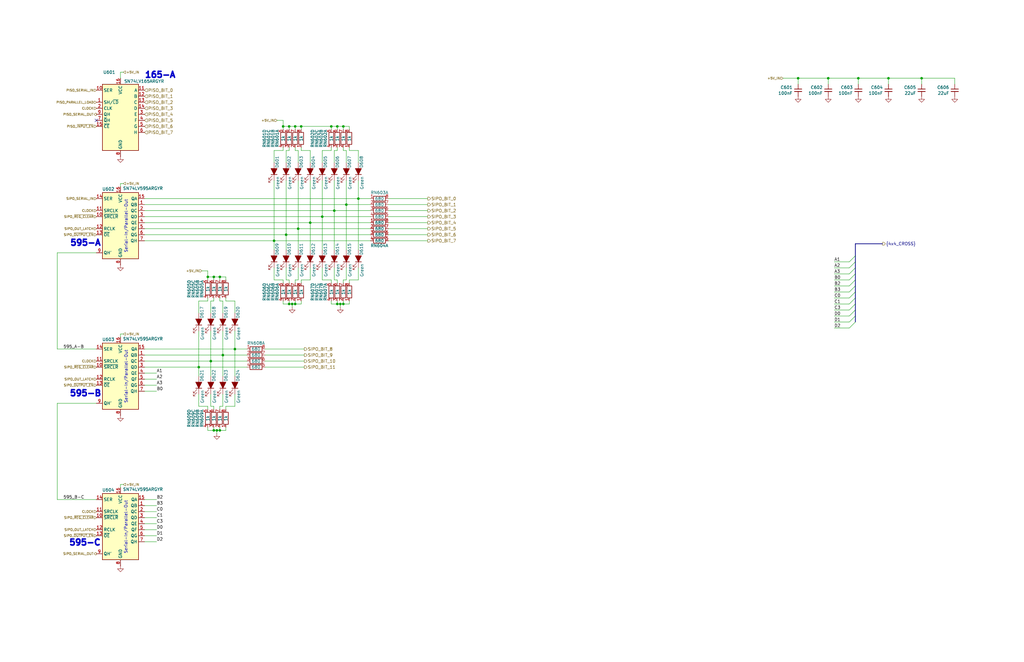
<source format=kicad_sch>
(kicad_sch (version 20250114) (generator "eeschema") (generator_version "9.0")
  (paper "B")
  (text "Serial-In/Parallel-Out" (at 53.1883 95.504 90) (effects (font (size 1.27 1.27))))
  (text "595-B" (at 36.068 166.116 0) (effects (font (size 2.54 2.54) (thickness 1.016) (bold yes))))
  (text "595-A" (at 36.068 102.616 0) (effects (font (size 2.54 2.54) (thickness 1.016) (bold yes))))
  (text "595-C" (at 35.814 229.108 0) (effects (font (size 2.54 2.54) (thickness 1.016) (bold yes))))
  (text "165-A" (at 67.564 31.75 0) (effects (font (size 2.54 2.54) (thickness 1.016) (bold yes))))
  (text "Serial-In/Parallel-Out" (at 53.086 222.504 90) (effects (font (size 1.27 1.27))))
  (text "Serial-In/Parallel-Out" (at 53.1883 159.004 90) (effects (font (size 1.27 1.27))))
  (junction (at 93.98 149.86))
  (junction (at 144.78 53.34))
  (junction (at 144.78 128.27))
  (junction (at 99.06 147.32))
  (junction (at 83.82 154.94))
  (junction (at 90.17 116.84))
  (junction (at 87.63 116.84))
  (junction (at 115.57 101.6))
  (junction (at 142.24 53.34))
  (junction (at 121.92 53.34))
  (junction (at 135.89 91.44))
  (junction (at 92.71 181.61))
  (junction (at 388.62 33.02))
  (junction (at 124.46 53.34))
  (junction (at 336.55 33.02))
  (junction (at 146.05 86.36))
  (junction (at 123.19 128.27))
  (junction (at 142.24 128.27))
  (junction (at 130.81 93.98))
  (junction (at 361.95 33.02))
  (junction (at 125.73 96.52))
  (junction (at 139.7 53.34))
  (junction (at 140.97 88.9))
  (junction (at 349.25 33.02))
  (junction (at 119.38 53.34))
  (junction (at 143.51 128.27))
  (junction (at 92.71 116.84))
  (junction (at 91.44 181.61))
  (junction (at 151.13 83.82))
  (junction (at 120.65 99.06))
  (junction (at 124.46 128.27))
  (junction (at 127 53.34))
  (junction (at 90.17 181.61))
  (junction (at 88.9 152.4))
  (junction (at 121.92 128.27))
  (junction (at 374.65 33.02))
  (no_connect (at 40.64 50.8))
  (bus_entry (at 360.68 133.35) (size -2.54 2.54))
  (bus_entry (at 360.68 107.95) (size -2.54 2.54))
  (bus_entry (at 360.68 113.03) (size -2.54 2.54))
  (bus_entry (at 360.68 118.11) (size -2.54 2.54))
  (bus_entry (at 360.68 123.19) (size -2.54 2.54))
  (bus_entry (at 360.68 120.65) (size -2.54 2.54))
  (bus_entry (at 360.68 115.57) (size -2.54 2.54))
  (bus_entry (at 360.68 110.49) (size -2.54 2.54))
  (bus_entry (at 360.68 125.73) (size -2.54 2.54))
  (bus_entry (at 360.68 135.89) (size -2.54 2.54))
  (bus_entry (at 360.68 130.81) (size -2.54 2.54))
  (bus_entry (at 360.68 128.27) (size -2.54 2.54))
  (wire (pts (xy 128.27 154.94) (xy 111.76 154.94)))
  (wire (pts (xy 125.73 96.52) (xy 125.73 105.41)))
  (wire (pts (xy 50.8 77.47) (xy 50.8 78.74)))
  (wire (pts (xy 351.79 113.03) (xy 358.14 113.03)))
  (wire (pts (xy 121.92 53.34) (xy 121.92 54.61)))
  (wire (pts (xy 50.8 204.47) (xy 50.8 205.74)))
  (bus (pts (xy 360.68 133.35) (xy 360.68 135.89)))
  (wire (pts (xy 90.17 127) (xy 88.9 127)))
  (wire (pts (xy 139.7 127) (xy 139.7 128.27)))
  (wire (pts (xy 127 118.11) (xy 130.81 118.11)))
  (wire (pts (xy 130.81 93.98) (xy 156.21 93.98)))
  (wire (pts (xy 125.73 76.2) (xy 125.73 96.52)))
  (wire (pts (xy 83.82 139.7) (xy 83.82 154.94)))
  (wire (pts (xy 115.57 118.11) (xy 115.57 113.03)))
  (wire (pts (xy 66.04 218.44) (xy 60.96 218.44)))
  (wire (pts (xy 146.05 76.2) (xy 146.05 86.36)))
  (bus (pts (xy 360.68 115.57) (xy 360.68 118.11)))
  (wire (pts (xy 140.97 88.9) (xy 156.21 88.9)))
  (wire (pts (xy 151.13 118.11) (xy 151.13 113.03)))
  (wire (pts (xy 24.13 106.68) (xy 40.64 106.68)))
  (wire (pts (xy 180.34 93.98) (xy 163.83 93.98)))
  (wire (pts (xy 119.38 118.11) (xy 115.57 118.11)))
  (wire (pts (xy 115.57 101.6) (xy 156.21 101.6)))
  (wire (pts (xy 87.63 127) (xy 83.82 127)))
  (wire (pts (xy 60.96 101.6) (xy 115.57 101.6)))
  (wire (pts (xy 52.07 140.97) (xy 50.8 140.97)))
  (wire (pts (xy 92.71 125.73) (xy 92.71 127)))
  (wire (pts (xy 92.71 172.72) (xy 92.71 171.45)))
  (wire (pts (xy 144.78 118.11) (xy 146.05 118.11)))
  (wire (pts (xy 388.62 33.02) (xy 402.59 33.02)))
  (wire (pts (xy 147.32 53.34) (xy 144.78 53.34)))
  (wire (pts (xy 24.13 210.82) (xy 24.13 170.18)))
  (wire (pts (xy 123.19 128.27) (xy 121.92 128.27)))
  (wire (pts (xy 93.98 171.45) (xy 93.98 166.37)))
  (wire (pts (xy 124.46 128.27) (xy 123.19 128.27)))
  (bus (pts (xy 360.68 125.73) (xy 360.68 128.27)))
  (wire (pts (xy 156.21 83.82) (xy 151.13 83.82)))
  (wire (pts (xy 135.89 91.44) (xy 156.21 91.44)))
  (wire (pts (xy 127 53.34) (xy 124.46 53.34)))
  (wire (pts (xy 140.97 63.5) (xy 140.97 68.58)))
  (wire (pts (xy 180.34 91.44) (xy 163.83 91.44)))
  (wire (pts (xy 121.92 118.11) (xy 120.65 118.11)))
  (wire (pts (xy 147.32 128.27) (xy 147.32 127)))
  (wire (pts (xy 361.95 33.02) (xy 374.65 33.02)))
  (wire (pts (xy 142.24 53.34) (xy 142.24 54.61)))
  (wire (pts (xy 95.25 172.72) (xy 95.25 171.45)))
  (wire (pts (xy 147.32 54.61) (xy 147.32 53.34)))
  (wire (pts (xy 125.73 118.11) (xy 125.73 113.03)))
  (wire (pts (xy 130.81 76.2) (xy 130.81 93.98)))
  (wire (pts (xy 90.17 125.73) (xy 90.17 127)))
  (wire (pts (xy 99.06 127) (xy 99.06 132.08)))
  (wire (pts (xy 50.8 30.48) (xy 50.8 33.02)))
  (wire (pts (xy 95.25 116.84) (xy 92.71 116.84)))
  (wire (pts (xy 374.65 33.02) (xy 374.65 35.56)))
  (wire (pts (xy 121.92 53.34) (xy 119.38 53.34)))
  (wire (pts (xy 180.34 99.06) (xy 163.83 99.06)))
  (wire (pts (xy 124.46 63.5) (xy 125.73 63.5)))
  (wire (pts (xy 93.98 139.7) (xy 93.98 149.86)))
  (wire (pts (xy 88.9 139.7) (xy 88.9 152.4)))
  (wire (pts (xy 119.38 119.38) (xy 119.38 118.11)))
  (wire (pts (xy 144.78 119.38) (xy 144.78 118.11)))
  (wire (pts (xy 147.32 119.38) (xy 147.32 118.11)))
  (wire (pts (xy 92.71 116.84) (xy 92.71 118.11)))
  (wire (pts (xy 93.98 127) (xy 93.98 132.08)))
  (wire (pts (xy 50.8 77.47) (xy 52.07 77.47)))
  (wire (pts (xy 120.65 118.11) (xy 120.65 113.03)))
  (wire (pts (xy 93.98 149.86) (xy 104.14 149.86)))
  (wire (pts (xy 336.55 33.02) (xy 349.25 33.02)))
  (wire (pts (xy 52.07 30.48) (xy 50.8 30.48)))
  (wire (pts (xy 88.9 152.4) (xy 88.9 158.75)))
  (wire (pts (xy 60.96 96.52) (xy 125.73 96.52)))
  (wire (pts (xy 124.46 128.27) (xy 127 128.27)))
  (wire (pts (xy 90.17 171.45) (xy 88.9 171.45)))
  (wire (pts (xy 83.82 171.45) (xy 83.82 166.37)))
  (wire (pts (xy 351.79 110.49) (xy 358.14 110.49)))
  (wire (pts (xy 119.38 50.8) (xy 119.38 53.34)))
  (wire (pts (xy 91.44 181.61) (xy 90.17 181.61)))
  (wire (pts (xy 144.78 62.23) (xy 144.78 63.5)))
  (wire (pts (xy 124.46 53.34) (xy 124.46 54.61)))
  (wire (pts (xy 142.24 118.11) (xy 140.97 118.11)))
  (wire (pts (xy 143.51 128.27) (xy 143.51 129.54)))
  (wire (pts (xy 121.92 127) (xy 121.92 128.27)))
  (wire (pts (xy 87.63 114.3) (xy 87.63 116.84)))
  (wire (pts (xy 90.17 180.34) (xy 90.17 181.61)))
  (wire (pts (xy 125.73 63.5) (xy 125.73 68.58)))
  (wire (pts (xy 40.64 147.32) (xy 24.13 147.32)))
  (bus (pts (xy 360.68 102.87) (xy 372.11 102.87)))
  (wire (pts (xy 139.7 63.5) (xy 135.89 63.5)))
  (wire (pts (xy 66.04 215.9) (xy 60.96 215.9)))
  (wire (pts (xy 60.96 83.82) (xy 151.13 83.82)))
  (wire (pts (xy 351.79 123.19) (xy 358.14 123.19)))
  (wire (pts (xy 128.27 149.86) (xy 111.76 149.86)))
  (wire (pts (xy 349.25 33.02) (xy 349.25 35.56)))
  (wire (pts (xy 180.34 86.36) (xy 163.83 86.36)))
  (wire (pts (xy 142.24 63.5) (xy 140.97 63.5)))
  (wire (pts (xy 88.9 127) (xy 88.9 132.08)))
  (wire (pts (xy 142.24 127) (xy 142.24 128.27)))
  (wire (pts (xy 60.96 149.86) (xy 93.98 149.86)))
  (wire (pts (xy 151.13 63.5) (xy 151.13 68.58)))
  (wire (pts (xy 92.71 116.84) (xy 90.17 116.84)))
  (wire (pts (xy 60.96 147.32) (xy 99.06 147.32)))
  (wire (pts (xy 24.13 147.32) (xy 24.13 106.68)))
  (wire (pts (xy 144.78 128.27) (xy 147.32 128.27)))
  (wire (pts (xy 130.81 118.11) (xy 130.81 113.03)))
  (wire (pts (xy 124.46 62.23) (xy 124.46 63.5)))
  (wire (pts (xy 85.09 114.3) (xy 87.63 114.3)))
  (wire (pts (xy 142.24 53.34) (xy 139.7 53.34)))
  (wire (pts (xy 147.32 118.11) (xy 151.13 118.11)))
  (wire (pts (xy 60.96 86.36) (xy 146.05 86.36)))
  (wire (pts (xy 92.71 181.61) (xy 91.44 181.61)))
  (wire (pts (xy 83.82 154.94) (xy 83.82 158.75)))
  (wire (pts (xy 127 54.61) (xy 127 53.34)))
  (wire (pts (xy 135.89 76.2) (xy 135.89 91.44)))
  (wire (pts (xy 135.89 118.11) (xy 135.89 113.03)))
  (wire (pts (xy 119.38 53.34) (xy 119.38 54.61)))
  (wire (pts (xy 66.04 165.1) (xy 60.96 165.1)))
  (wire (pts (xy 146.05 86.36) (xy 146.05 105.41)))
  (wire (pts (xy 66.04 226.06) (xy 60.96 226.06)))
  (wire (pts (xy 144.78 128.27) (xy 143.51 128.27)))
  (wire (pts (xy 91.44 181.61) (xy 91.44 182.88)))
  (wire (pts (xy 92.71 181.61) (xy 95.25 181.61)))
  (wire (pts (xy 66.04 162.56) (xy 60.96 162.56)))
  (wire (pts (xy 87.63 172.72) (xy 87.63 171.45)))
  (wire (pts (xy 139.7 119.38) (xy 139.7 118.11)))
  (wire (pts (xy 124.46 118.11) (xy 125.73 118.11)))
  (wire (pts (xy 128.27 152.4) (xy 111.76 152.4)))
  (bus (pts (xy 360.68 123.19) (xy 360.68 125.73)))
  (wire (pts (xy 90.17 116.84) (xy 90.17 118.11)))
  (wire (pts (xy 60.96 93.98) (xy 130.81 93.98)))
  (wire (pts (xy 60.96 91.44) (xy 135.89 91.44)))
  (bus (pts (xy 360.68 128.27) (xy 360.68 130.81)))
  (wire (pts (xy 127 62.23) (xy 127 63.5)))
  (wire (pts (xy 143.51 128.27) (xy 142.24 128.27)))
  (wire (pts (xy 66.04 160.02) (xy 60.96 160.02)))
  (wire (pts (xy 144.78 63.5) (xy 146.05 63.5)))
  (wire (pts (xy 374.65 33.02) (xy 388.62 33.02)))
  (wire (pts (xy 139.7 53.34) (xy 139.7 54.61)))
  (wire (pts (xy 142.24 119.38) (xy 142.24 118.11)))
  (wire (pts (xy 180.34 83.82) (xy 163.83 83.82)))
  (wire (pts (xy 95.25 127) (xy 99.06 127)))
  (bus (pts (xy 360.68 107.95) (xy 360.68 110.49)))
  (wire (pts (xy 60.96 88.9) (xy 140.97 88.9)))
  (wire (pts (xy 351.79 128.27) (xy 358.14 128.27)))
  (wire (pts (xy 90.17 172.72) (xy 90.17 171.45)))
  (wire (pts (xy 351.79 133.35) (xy 358.14 133.35)))
  (wire (pts (xy 66.04 213.36) (xy 60.96 213.36)))
  (wire (pts (xy 144.78 127) (xy 144.78 128.27)))
  (wire (pts (xy 52.07 204.47) (xy 50.8 204.47)))
  (wire (pts (xy 139.7 128.27) (xy 142.24 128.27)))
  (wire (pts (xy 119.38 127) (xy 119.38 128.27)))
  (wire (pts (xy 151.13 76.2) (xy 151.13 83.82)))
  (wire (pts (xy 139.7 62.23) (xy 139.7 63.5)))
  (wire (pts (xy 93.98 149.86) (xy 93.98 158.75)))
  (wire (pts (xy 130.81 63.5) (xy 130.81 68.58)))
  (wire (pts (xy 180.34 101.6) (xy 163.83 101.6)))
  (wire (pts (xy 351.79 125.73) (xy 358.14 125.73)))
  (wire (pts (xy 121.92 63.5) (xy 120.65 63.5)))
  (wire (pts (xy 142.24 62.23) (xy 142.24 63.5)))
  (wire (pts (xy 92.71 171.45) (xy 93.98 171.45)))
  (wire (pts (xy 147.32 63.5) (xy 151.13 63.5)))
  (bus (pts (xy 360.68 113.03) (xy 360.68 115.57)))
  (wire (pts (xy 127 128.27) (xy 127 127)))
  (wire (pts (xy 180.34 88.9) (xy 163.83 88.9)))
  (wire (pts (xy 140.97 118.11) (xy 140.97 113.03)))
  (wire (pts (xy 146.05 118.11) (xy 146.05 113.03)))
  (wire (pts (xy 120.65 99.06) (xy 120.65 105.41)))
  (wire (pts (xy 351.79 115.57) (xy 358.14 115.57)))
  (wire (pts (xy 124.46 127) (xy 124.46 128.27)))
  (wire (pts (xy 95.25 181.61) (xy 95.25 180.34)))
  (bus (pts (xy 360.68 110.49) (xy 360.68 113.03)))
  (wire (pts (xy 95.25 171.45) (xy 99.06 171.45)))
  (wire (pts (xy 135.89 91.44) (xy 135.89 105.41)))
  (wire (pts (xy 87.63 180.34) (xy 87.63 181.61)))
  (wire (pts (xy 146.05 86.36) (xy 156.21 86.36)))
  (wire (pts (xy 83.82 154.94) (xy 104.14 154.94)))
  (wire (pts (xy 144.78 53.34) (xy 142.24 53.34)))
  (wire (pts (xy 361.95 35.56) (xy 361.95 33.02)))
  (wire (pts (xy 140.97 88.9) (xy 140.97 105.41)))
  (wire (pts (xy 351.79 138.43) (xy 358.14 138.43)))
  (wire (pts (xy 144.78 53.34) (xy 144.78 54.61)))
  (wire (pts (xy 60.96 152.4) (xy 88.9 152.4)))
  (wire (pts (xy 83.82 127) (xy 83.82 132.08)))
  (wire (pts (xy 87.63 181.61) (xy 90.17 181.61)))
  (wire (pts (xy 349.25 33.02) (xy 361.95 33.02)))
  (wire (pts (xy 127 63.5) (xy 130.81 63.5)))
  (wire (pts (xy 127 53.34) (xy 139.7 53.34)))
  (wire (pts (xy 95.25 125.73) (xy 95.25 127)))
  (wire (pts (xy 116.84 50.8) (xy 119.38 50.8)))
  (wire (pts (xy 88.9 171.45) (xy 88.9 166.37)))
  (wire (pts (xy 121.92 119.38) (xy 121.92 118.11)))
  (wire (pts (xy 87.63 125.73) (xy 87.63 127)))
  (wire (pts (xy 88.9 152.4) (xy 104.14 152.4)))
  (wire (pts (xy 87.63 171.45) (xy 83.82 171.45)))
  (wire (pts (xy 119.38 63.5) (xy 115.57 63.5)))
  (wire (pts (xy 130.81 93.98) (xy 130.81 105.41)))
  (wire (pts (xy 60.96 99.06) (xy 120.65 99.06)))
  (wire (pts (xy 336.55 35.56) (xy 336.55 33.02)))
  (wire (pts (xy 351.79 120.65) (xy 358.14 120.65)))
  (wire (pts (xy 99.06 147.32) (xy 99.06 158.75)))
  (wire (pts (xy 127 119.38) (xy 127 118.11)))
  (wire (pts (xy 60.96 154.94) (xy 83.82 154.94)))
  (wire (pts (xy 90.17 116.84) (xy 87.63 116.84)))
  (wire (pts (xy 115.57 63.5) (xy 115.57 68.58)))
  (wire (pts (xy 99.06 139.7) (xy 99.06 147.32)))
  (wire (pts (xy 66.04 228.6) (xy 60.96 228.6)))
  (wire (pts (xy 351.79 118.11) (xy 358.14 118.11)))
  (wire (pts (xy 95.25 118.11) (xy 95.25 116.84)))
  (wire (pts (xy 115.57 76.2) (xy 115.57 101.6)))
  (wire (pts (xy 330.2 33.02) (xy 336.55 33.02)))
  (wire (pts (xy 146.05 63.5) (xy 146.05 68.58)))
  (wire (pts (xy 120.65 63.5) (xy 120.65 68.58)))
  (wire (pts (xy 123.19 128.27) (xy 123.19 129.54)))
  (wire (pts (xy 115.57 101.6) (xy 115.57 105.41)))
  (wire (pts (xy 99.06 171.45) (xy 99.06 166.37)))
  (wire (pts (xy 119.38 62.23) (xy 119.38 63.5)))
  (wire (pts (xy 87.63 116.84) (xy 87.63 118.11)))
  (wire (pts (xy 351.79 135.89) (xy 358.14 135.89)))
  (bus (pts (xy 360.68 130.81) (xy 360.68 133.35)))
  (bus (pts (xy 360.68 118.11) (xy 360.68 120.65)))
  (wire (pts (xy 180.34 96.52) (xy 163.83 96.52)))
  (wire (pts (xy 66.04 220.98) (xy 60.96 220.98)))
  (wire (pts (xy 125.73 96.52) (xy 156.21 96.52)))
  (wire (pts (xy 66.04 223.52) (xy 60.96 223.52)))
  (wire (pts (xy 121.92 62.23) (xy 121.92 63.5)))
  (wire (pts (xy 139.7 118.11) (xy 135.89 118.11)))
  (wire (pts (xy 351.79 130.81) (xy 358.14 130.81)))
  (wire (pts (xy 104.14 147.32) (xy 99.06 147.32)))
  (wire (pts (xy 147.32 62.23) (xy 147.32 63.5)))
  (wire (pts (xy 66.04 210.82) (xy 60.96 210.82)))
  (wire (pts (xy 140.97 76.2) (xy 140.97 88.9)))
  (wire (pts (xy 120.65 76.2) (xy 120.65 99.06)))
  (wire (pts (xy 135.89 63.5) (xy 135.89 68.58)))
  (wire (pts (xy 120.65 99.06) (xy 156.21 99.06)))
  (wire (pts (xy 119.38 128.27) (xy 121.92 128.27)))
  (wire (pts (xy 151.13 83.82) (xy 151.13 105.41)))
  (wire (pts (xy 128.27 147.32) (xy 111.76 147.32)))
  (wire (pts (xy 92.71 127) (xy 93.98 127)))
  (wire (pts (xy 388.62 33.02) (xy 388.62 35.56)))
  (bus (pts (xy 360.68 107.95) (xy 360.68 102.87)))
  (wire (pts (xy 402.59 33.02) (xy 402.59 35.56)))
  (wire (pts (xy 92.71 180.34) (xy 92.71 181.61)))
  (wire (pts (xy 66.04 157.48) (xy 60.96 157.48)))
  (wire (pts (xy 50.8 140.97) (xy 50.8 142.24)))
  (wire (pts (xy 124.46 119.38) (xy 124.46 118.11)))
  (wire (pts (xy 124.46 53.34) (xy 121.92 53.34)))
  (bus (pts (xy 360.68 120.65) (xy 360.68 123.19)))
  (wire (pts (xy 40.64 210.82) (xy 24.13 210.82)))
  (wire (pts (xy 24.13 170.18) (xy 40.64 170.18)))
  (label "595_B-C" (at 26.67 210.82 0))
  (label "A2" (at 66.04 160.02 0))
  (label "D1" (at 66.04 226.06 0))
  (label "D1" (at 351.79 135.89 0))
  (label "A1" (at 66.04 157.48 0))
  (label "A3" (at 351.79 115.57 0))
  (label "C0" (at 351.79 125.73 0))
  (label "D2" (at 66.04 228.6 0))
  (label "A2" (at 351.79 113.03 0))
  (label "B2" (at 66.04 210.82 0))
  (label "C1" (at 66.04 218.44 0))
  (label "B3" (at 66.04 213.36 0))
  (label "595_A-B" (at 26.67 147.32 0))
  (label "B2" (at 351.79 120.65 0))
  (label "C3" (at 351.79 130.81 0))
  (label "B3" (at 351.79 123.19 0))
  (label "C3" (at 66.04 220.98 0))
  (label "D0" (at 66.04 223.52 0))
  (label "A3" (at 66.04 162.56 0))
  (label "B0" (at 351.79 118.11 0))
  (label "B0" (at 66.04 165.1 0))
  (label "A1" (at 351.79 110.49 0))
  (label "C0" (at 66.04 215.9 0))
  (label "D0" (at 351.79 133.35 0))
  (label "C1" (at 351.79 128.27 0))
  (label "D2" (at 351.79 138.43 0))
  (hierarchical_label "SIPO_BIT_0" (shape output) (at 180.34 83.82 0))
  (hierarchical_label "SIPO_SERIAL_OUT" (shape output) (at 40.64 233.68 180) (effects (font (size 0.9906 0.9906))))
  (hierarchical_label "+5V_IN" (shape input) (at 52.07 140.97 0) (effects (font (size 1 1))))
  (hierarchical_label "SIPO_BIT_3" (shape output) (at 180.34 91.44 0))
  (hierarchical_label "+5V_IN" (shape input) (at 52.07 204.47 0) (effects (font (size 1 1))))
  (hierarchical_label "PISO_~{INPUT_EN}" (shape input) (at 40.64 53.34 180) (effects (font (size 0.9906 0.9906))))
  (hierarchical_label "PISO_BIT_7" (shape input) (at 60.96 55.88 0))
  (hierarchical_label "SIPO_BIT_10" (shape output) (at 128.27 152.4 0))
  (hierarchical_label "SIPO_~{REG_CLEAR}" (shape input) (at 40.64 218.44 180) (effects (font (size 0.9906 0.9906))))
  (hierarchical_label "+5V_IN" (shape input) (at 85.09 114.3 180) (effects (font (size 1 1))))
  (hierarchical_label "PISO_BIT_1" (shape input) (at 60.96 40.64 0))
  (hierarchical_label "CLOCK" (shape input) (at 40.64 215.9 180) (effects (font (size 0.9906 0.9906))))
  (hierarchical_label "PISO_BIT_4" (shape input) (at 60.96 48.26 0))
  (hierarchical_label "PISO_BIT_0" (shape input) (at 60.96 38.1 0))
  (hierarchical_label "PISO_SERIAL_IN" (shape input) (at 40.64 38.1 180) (effects (font (size 0.9906 0.9906))))
  (hierarchical_label "PISO_BIT_2" (shape input) (at 60.96 43.18 0))
  (hierarchical_label "SIPO_~{OUTPUT_EN}" (shape input) (at 40.64 99.06 180) (effects (font (size 0.9906 0.9906))))
  (hierarchical_label "SIPO_OUT_LATCH" (shape input) (at 40.64 160.02 180) (effects (font (size 0.9906 0.9906))))
  (hierarchical_label "SIPO_BIT_4" (shape output) (at 180.34 93.98 0))
  (hierarchical_label "PISO_PARALLEL_LOAD" (shape input) (at 40.64 43.18 180) (effects (font (size 0.9906 0.9906))))
  (hierarchical_label "+5V_IN" (shape input) (at 116.84 50.8 180) (effects (font (size 1 1))))
  (hierarchical_label "SIPO_BIT_8" (shape output) (at 128.27 147.32 0))
  (hierarchical_label "SIPO_~{REG_CLEAR}" (shape input) (at 40.64 154.94 180) (effects (font (size 0.9906 0.9906))))
  (hierarchical_label "SIPO_SERIAL_IN" (shape input) (at 40.64 83.82 180) (effects (font (size 0.9906 0.9906))))
  (hierarchical_label "SIPO_BIT_11" (shape output) (at 128.27 154.94 0))
  (hierarchical_label "PISO_SERIAL_OUT" (shape output) (at 40.64 48.26 180) (effects (font (size 0.9906 0.9906))))
  (hierarchical_label "SIPO_~{REG_CLEAR}" (shape input) (at 40.64 91.44 180) (effects (font (size 0.9906 0.9906))))
  (hierarchical_label "SIPO_BIT_1" (shape output) (at 180.34 86.36 0))
  (hierarchical_label "PISO_BIT_5" (shape input) (at 60.96 50.8 0))
  (hierarchical_label "SIPO_BIT_2" (shape output) (at 180.34 88.9 0))
  (hierarchical_label "{4x4_CROSS}" (shape output) (at 372.11 102.87 0))
  (hierarchical_label "+5V_IN" (shape input) (at 52.07 30.48 0) (effects (font (size 1 1))))
  (hierarchical_label "CLOCK" (shape input) (at 40.64 88.9 180) (effects (font (size 0.9906 0.9906))))
  (hierarchical_label "SIPO_BIT_5" (shape output) (at 180.34 96.52 0))
  (hierarchical_label "SIPO_BIT_9" (shape output) (at 128.27 149.86 0))
  (hierarchical_label "SIPO_OUT_LATCH" (shape input) (at 40.64 223.52 180) (effects (font (size 0.9906 0.9906))))
  (hierarchical_label "+5V_IN" (shape input) (at 330.2 33.02 180) (effects (font (size 1 1))))
  (hierarchical_label "SIPO_BIT_6" (shape output) (at 180.34 99.06 0))
  (hierarchical_label "PISO_BIT_6" (shape input) (at 60.96 53.34 0))
  (hierarchical_label "CLOCK" (shape input) (at 40.64 152.4 180) (effects (font (size 0.9906 0.9906))))
  (hierarchical_label "+5V_IN" (shape input) (at 52.07 77.47 0) (effects (font (size 1 1))))
  (hierarchical_label "SIPO_OUT_LATCH" (shape input) (at 40.64 96.52 180) (effects (font (size 0.9906 0.9906))))
  (hierarchical_label "CLOCK" (shape input) (at 40.64 45.72 180) (effects (font (size 0.9906 0.9906))))
  (hierarchical_label "PISO_BIT_3" (shape input) (at 60.96 45.72 0))
  (hierarchical_label "SIPO_~{OUTPUT_EN}" (shape input) (at 40.64 162.56 180) (effects (font (size 0.9906 0.9906))))
  (hierarchical_label "SIPO_BIT_7" (shape output) (at 180.34 101.6 0))
  (hierarchical_label "SIPO_~{OUTPUT_EN}" (shape input) (at 40.64 226.06 180) (effects (font (size 0.9906 0.9906))))
  (symbol (lib_name "74HC595_3") (lib_id "74xx:74HC595") (at 50.8 157.48 0) (unit 1)
    (property "Reference" "U603" (at 48.26 143.256 0) (effects (justify right)))
    (property "Value" "SN74LV595ARGYR" (at 51.816 143.002 0) (effects (justify left)))
    (property "Footprint" "Libraries:RGY16_2P55X2P05" (effects (hide yes)))
    (property "Datasheet" "https://www.ti.com/lit/ds/symlink/sn74hc595.pdf" (effects (hide yes)))
    (property "Description" "8-bit serial in/out Shift Register 3-State Outputs" (effects (hide yes)))
    (property "DigiKey" "https://www.digikey.com/en/products/detail/texas-instruments/SN74LV595ARGYR/521526" (effects (hide yes)))
  )
  (symbol (lib_id "Device:LED_Filled") (at 130.81 72.39 270) (mirror x) (unit 1)
    (property "Reference" "D604" (at 132.08 70.866 0) (effects (justify left)))
    (property "Value" "Green" (at 132.334 74.422 0) (effects (justify right)))
    (property "Footprint" "LED_SMD:LED_0603_1608Metric" (effects (hide yes)))
    (property "Description" "Light emitting diode, filled shape" (effects (hide yes)))
    (property "DigiKey Part Number" "732-5016-ND" (effects (hide yes)))
  )
  (symbol (lib_id "Device:C_Small") (at 388.62 38.1 0) (unit 1)
    (property "Reference" "C605" (at 386.2959 36.8941 0) (effects (justify right)))
    (property "Value" "22uF" (at 386.2959 39.3184 0) (effects (justify right)))
    (property "Footprint" "Libraries:Worthington_C_0603" (effects (hide yes)))
    (property "Description" "Unpolarized capacitor, small symbol" (effects (hide yes)))
  )
  (symbol (lib_id "Libraries:R_Network04_Split") (at 90.17 121.92 0) (mirror y) (unit 3)
    (property "Reference" "RN605" (at 81.534 121.92 90))
    (property "Value" "1k" (at 90.17 121.92 90))
    (property "Footprint" "Resistor_SMD:R_Array_Convex_4x1206" (effects (hide yes)))
    (property "Datasheet" "http://www.vishay.com/docs/31509/csc.pdf" (effects (hide yes)))
    (property "Description" "4 resistor network, star topology, bussed resistors, split" (effects (hide yes)))
  )
  (symbol (lib_id "Device:LED_Filled") (at 88.9 162.56 270) (mirror x) (unit 1)
    (property "Reference" "D622" (at 90.17 161.036 0) (effects (justify left)))
    (property "Value" "Green" (at 90.424 164.592 0) (effects (justify right)))
    (property "Footprint" "LED_SMD:LED_0603_1608Metric" (effects (hide yes)))
    (property "Description" "Light emitting diode, filled shape" (effects (hide yes)))
    (property "DigiKey Part Number" "732-5016-ND" (effects (hide yes)))
  )
  (symbol (lib_id "power:GND") (at 349.25 40.64 0) (mirror y) (unit 1)
    (property "Reference" "#PWR0602" (effects (hide yes)))
    (property "Value" "GND" (effects (hide yes)))
    (property "Description" "Power symbol creates a global label with name \"GND\" , ground" (effects (hide yes)))
  )
  (symbol (lib_id "Libraries:R_Network04_Split") (at 144.78 58.42 0) (mirror y) (unit 2)
    (property "Reference" "RN602" (at 135.382 58.42 90))
    (property "Value" "1k" (at 144.78 58.42 90))
    (property "Footprint" "Resistor_SMD:R_Array_Convex_4x1206" (effects (hide yes)))
    (property "Datasheet" "http://www.vishay.com/docs/31509/csc.pdf" (effects (hide yes)))
    (property "Description" "4 resistor network, star topology, bussed resistors, split" (effects (hide yes)))
  )
  (symbol (lib_id "Device:LED_Filled") (at 120.65 109.22 270) (mirror x) (unit 1)
    (property "Reference" "D610" (at 121.92 107.696 0) (effects (justify left)))
    (property "Value" "Green" (at 122.174 111.252 0) (effects (justify right)))
    (property "Footprint" "LED_SMD:LED_0603_1608Metric" (effects (hide yes)))
    (property "Description" "Light emitting diode, filled shape" (effects (hide yes)))
    (property "DigiKey Part Number" "732-5016-ND" (effects (hide yes)))
  )
  (symbol (lib_id "Libraries:R_Network04_Split") (at 160.02 99.06 270) (mirror x) (unit 3)
    (property "Reference" "RN604" (effects (hide yes)))
    (property "Value" "680" (at 160.02 99.06 90))
    (property "Footprint" "Resistor_SMD:R_Array_Convex_4x1206" (effects (hide yes)))
    (property "Datasheet" "http://www.vishay.com/docs/31509/csc.pdf" (effects (hide yes)))
    (property "Description" "4 resistor network, star topology, bussed resistors, split" (effects (hide yes)))
  )
  (symbol (lib_id "power:GND") (at 50.8 175.26 0) (unit 1)
    (property "Reference" "#PWR0611" (effects (hide yes)))
    (property "Value" "GND" (effects (hide yes)))
    (property "Description" "Power symbol creates a global label with name \"GND\" , ground" (effects (hide yes)))
  )
  (symbol (lib_id "power:GND") (at 143.51 129.54 0) (unit 1)
    (property "Reference" "#PWR0610" (effects (hide yes)))
    (property "Value" "GND" (effects (hide yes)))
    (property "Description" "Power symbol creates a global label with name \"GND\" , ground" (effects (hide yes)))
  )
  (symbol (lib_id "Libraries:R_Network04_Split") (at 127 123.19 0) (unit 1)
    (property "Reference" "RN606" (at 116.84 123.19 90))
    (property "Value" "1k" (at 127 123.19 90))
    (property "Footprint" "Resistor_SMD:R_Array_Convex_4x1206" (effects (hide yes)))
    (property "Datasheet" "http://www.vishay.com/docs/31509/csc.pdf" (effects (hide yes)))
    (property "Description" "4 resistor network, star topology, bussed resistors, split" (effects (hide yes)))
  )
  (symbol (lib_id "Libraries:R_Network04_Split") (at 107.95 152.4 270) (mirror x) (unit 3)
    (property "Reference" "RN608" (effects (hide yes)))
    (property "Value" "680" (at 107.95 152.4 90))
    (property "Footprint" "Resistor_SMD:R_Array_Convex_4x1206" (effects (hide yes)))
    (property "Datasheet" "http://www.vishay.com/docs/31509/csc.pdf" (effects (hide yes)))
    (property "Description" "4 resistor network, star topology, bussed resistors, split" (effects (hide yes)))
  )
  (symbol (lib_id "Libraries:R_Network04_Split") (at 147.32 58.42 0) (unit 1)
    (property "Reference" "RN602" (at 137.16 58.42 90))
    (property "Value" "1k" (at 147.32 58.42 90))
    (property "Footprint" "Resistor_SMD:R_Array_Convex_4x1206" (effects (hide yes)))
    (property "Datasheet" "http://www.vishay.com/docs/31509/csc.pdf" (effects (hide yes)))
    (property "Description" "4 resistor network, star topology, bussed resistors, split" (effects (hide yes)))
  )
  (symbol (lib_id "power:GND") (at 50.8 238.76 0) (unit 1)
    (property "Reference" "#PWR0613" (effects (hide yes)))
    (property "Value" "GND" (effects (hide yes)))
    (property "Description" "Power symbol creates a global label with name \"GND\" , ground" (effects (hide yes)))
  )
  (symbol (lib_id "power:GND") (at 50.8 111.76 0) (unit 1)
    (property "Reference" "#PWR0608" (effects (hide yes)))
    (property "Value" "GND" (effects (hide yes)))
    (property "Description" "Power symbol creates a global label with name \"GND\" , ground" (effects (hide yes)))
  )
  (symbol (lib_id "Device:LED_Filled") (at 88.9 135.89 270) (mirror x) (unit 1)
    (property "Reference" "D618" (at 90.17 134.366 0) (effects (justify left)))
    (property "Value" "Green" (at 90.424 137.922 0) (effects (justify right)))
    (property "Footprint" "LED_SMD:LED_0603_1608Metric" (effects (hide yes)))
    (property "Description" "Light emitting diode, filled shape" (effects (hide yes)))
    (property "DigiKey Part Number" "732-5016-ND" (effects (hide yes)))
  )
  (symbol (lib_id "Libraries:R_Network04_Split") (at 92.71 176.53 0) (mirror y) (unit 2)
    (property "Reference" "RN609" (at 83.312 176.53 90))
    (property "Value" "1k" (at 92.71 176.53 90))
    (property "Footprint" "Resistor_SMD:R_Array_Convex_4x1206" (effects (hide yes)))
    (property "Datasheet" "http://www.vishay.com/docs/31509/csc.pdf" (effects (hide yes)))
    (property "Description" "4 resistor network, star topology, bussed resistors, split" (effects (hide yes)))
  )
  (symbol (lib_id "Libraries:R_Network04_Split") (at 160.02 86.36 270) (unit 2)
    (property "Reference" "RN603" (effects (hide yes)))
    (property "Value" "680" (at 160.02 86.36 90))
    (property "Footprint" "Resistor_SMD:R_Array_Convex_4x1206" (effects (hide yes)))
    (property "Datasheet" "http://www.vishay.com/docs/31509/csc.pdf" (effects (hide yes)))
    (property "Description" "4 resistor network, star topology, bussed resistors, split" (effects (hide yes)))
  )
  (symbol (lib_id "Device:LED_Filled") (at 130.81 109.22 270) (mirror x) (unit 1)
    (property "Reference" "D612" (at 132.08 107.696 0) (effects (justify left)))
    (property "Value" "Green" (at 132.334 111.252 0) (effects (justify right)))
    (property "Footprint" "LED_SMD:LED_0603_1608Metric" (effects (hide yes)))
    (property "Description" "Light emitting diode, filled shape" (effects (hide yes)))
    (property "DigiKey Part Number" "732-5016-ND" (effects (hide yes)))
  )
  (symbol (lib_id "Libraries:R_Network04_Split") (at 95.25 176.53 0) (unit 1)
    (property "Reference" "RN609" (at 85.09 176.53 90))
    (property "Value" "1k" (at 95.25 176.53 90))
    (property "Footprint" "Resistor_SMD:R_Array_Convex_4x1206" (effects (hide yes)))
    (property "Datasheet" "http://www.vishay.com/docs/31509/csc.pdf" (effects (hide yes)))
    (property "Description" "4 resistor network, star topology, bussed resistors, split" (effects (hide yes)))
  )
  (symbol (lib_id "Device:LED_Filled") (at 120.65 72.39 270) (mirror x) (unit 1)
    (property "Reference" "D602" (at 121.92 70.866 0) (effects (justify left)))
    (property "Value" "Green" (at 122.174 74.422 0) (effects (justify right)))
    (property "Footprint" "LED_SMD:LED_0603_1608Metric" (effects (hide yes)))
    (property "Description" "Light emitting diode, filled shape" (effects (hide yes)))
    (property "DigiKey Part Number" "732-5016-ND" (effects (hide yes)))
  )
  (symbol (lib_id "power:GND") (at 388.62 40.64 0) (unit 1)
    (property "Reference" "#PWR0605" (effects (hide yes)))
    (property "Value" "GND" (effects (hide yes)))
    (property "Description" "Power symbol creates a global label with name \"GND\" , ground" (effects (hide yes)))
  )
  (symbol (lib_id "Libraries:R_Network04_Split") (at 147.32 123.19 0) (unit 1)
    (property "Reference" "RN607" (at 137.16 123.19 90))
    (property "Value" "1k" (at 147.32 123.19 90))
    (property "Footprint" "Resistor_SMD:R_Array_Convex_4x1206" (effects (hide yes)))
    (property "Datasheet" "http://www.vishay.com/docs/31509/csc.pdf" (effects (hide yes)))
    (property "Description" "4 resistor network, star topology, bussed resistors, split" (effects (hide yes)))
  )
  (symbol (lib_id "power:GND") (at 91.44 182.88 0) (unit 1)
    (property "Reference" "#PWR0612" (effects (hide yes)))
    (property "Value" "GND" (effects (hide yes)))
    (property "Description" "Power symbol creates a global label with name \"GND\" , ground" (effects (hide yes)))
  )
  (symbol (lib_id "power:GND") (at 374.65 40.64 0) (mirror y) (unit 1)
    (property "Reference" "#PWR0604" (effects (hide yes)))
    (property "Value" "GND" (effects (hide yes)))
    (property "Description" "Power symbol creates a global label with name \"GND\" , ground" (effects (hide yes)))
  )
  (symbol (lib_id "Libraries:R_Network04_Split") (at 160.02 83.82 270) (unit 1)
    (property "Reference" "RN603" (at 160.02 81.28 90))
    (property "Value" "680" (at 160.02 83.82 90))
    (property "Footprint" "Resistor_SMD:R_Array_Convex_4x1206" (effects (hide yes)))
    (property "Datasheet" "http://www.vishay.com/docs/31509/csc.pdf" (effects (hide yes)))
    (property "Description" "4 resistor network, star topology, bussed resistors, split" (effects (hide yes)))
  )
  (symbol (lib_id "Libraries:R_Network04_Split") (at 160.02 96.52 270) (unit 2)
    (property "Reference" "RN604" (effects (hide yes)))
    (property "Value" "680" (at 160.02 96.52 90))
    (property "Footprint" "Resistor_SMD:R_Array_Convex_4x1206" (effects (hide yes)))
    (property "Datasheet" "http://www.vishay.com/docs/31509/csc.pdf" (effects (hide yes)))
    (property "Description" "4 resistor network, star topology, bussed resistors, split" (effects (hide yes)))
  )
  (symbol (lib_id "Libraries:R_Network04_Split") (at 121.92 123.19 0) (mirror y) (unit 3)
    (property "Reference" "RN606" (at 113.284 123.19 90))
    (property "Value" "1k" (at 121.92 123.19 90))
    (property "Footprint" "Resistor_SMD:R_Array_Convex_4x1206" (effects (hide yes)))
    (property "Datasheet" "http://www.vishay.com/docs/31509/csc.pdf" (effects (hide yes)))
    (property "Description" "4 resistor network, star topology, bussed resistors, split" (effects (hide yes)))
  )
  (symbol (lib_id "Device:LED_Filled") (at 125.73 109.22 270) (mirror x) (unit 1)
    (property "Reference" "D611" (at 127 107.696 0) (effects (justify left)))
    (property "Value" "Green" (at 127.254 111.252 0) (effects (justify right)))
    (property "Footprint" "LED_SMD:LED_0603_1608Metric" (effects (hide yes)))
    (property "Description" "Light emitting diode, filled shape" (effects (hide yes)))
    (property "DigiKey Part Number" "732-5016-ND" (effects (hide yes)))
  )
  (symbol (lib_id "Device:LED_Filled") (at 83.82 162.56 270) (mirror x) (unit 1)
    (property "Reference" "D621" (at 85.09 161.036 0) (effects (justify left)))
    (property "Value" "Green" (at 85.344 164.592 0) (effects (justify right)))
    (property "Footprint" "LED_SMD:LED_0603_1608Metric" (effects (hide yes)))
    (property "Description" "Light emitting diode, filled shape" (effects (hide yes)))
    (property "DigiKey Part Number" "732-5016-ND" (effects (hide yes)))
  )
  (symbol (lib_id "Device:LED_Filled") (at 99.06 135.89 270) (mirror x) (unit 1)
    (property "Reference" "D620" (at 100.33 134.366 0) (effects (justify left)))
    (property "Value" "Green" (at 100.584 137.922 0) (effects (justify right)))
    (property "Footprint" "LED_SMD:LED_0603_1608Metric" (effects (hide yes)))
    (property "Description" "Light emitting diode, filled shape" (effects (hide yes)))
    (property "DigiKey Part Number" "732-5016-ND" (effects (hide yes)))
  )
  (symbol (lib_id "Libraries:R_Network04_Split") (at 90.17 176.53 0) (mirror y) (unit 3)
    (property "Reference" "RN609" (at 81.534 176.53 90))
    (property "Value" "1k" (at 90.17 176.53 90))
    (property "Footprint" "Resistor_SMD:R_Array_Convex_4x1206" (effects (hide yes)))
    (property "Datasheet" "http://www.vishay.com/docs/31509/csc.pdf" (effects (hide yes)))
    (property "Description" "4 resistor network, star topology, bussed resistors, split" (effects (hide yes)))
  )
  (symbol (lib_id "Libraries:R_Network04_Split") (at 124.46 123.19 0) (mirror y) (unit 2)
    (property "Reference" "RN606" (at 115.062 123.19 90))
    (property "Value" "1k" (at 124.46 123.19 90))
    (property "Footprint" "Resistor_SMD:R_Array_Convex_4x1206" (effects (hide yes)))
    (property "Datasheet" "http://www.vishay.com/docs/31509/csc.pdf" (effects (hide yes)))
    (property "Description" "4 resistor network, star topology, bussed resistors, split" (effects (hide yes)))
  )
  (symbol (lib_id "Device:LED_Filled") (at 135.89 109.22 270) (mirror x) (unit 1)
    (property "Reference" "D613" (at 137.16 107.696 0) (effects (justify left)))
    (property "Value" "Green" (at 137.414 111.252 0) (effects (justify right)))
    (property "Footprint" "LED_SMD:LED_0603_1608Metric" (effects (hide yes)))
    (property "Description" "Light emitting diode, filled shape" (effects (hide yes)))
    (property "DigiKey Part Number" "732-5016-ND" (effects (hide yes)))
  )
  (symbol (lib_id "Libraries:R_Network04_Split") (at 119.38 123.19 0) (mirror y) (unit 4)
    (property "Reference" "RN606" (at 111.506 123.19 90))
    (property "Value" "1k" (at 119.38 123.19 90))
    (property "Footprint" "Resistor_SMD:R_Array_Convex_4x1206" (effects (hide yes)))
    (property "Datasheet" "http://www.vishay.com/docs/31509/csc.pdf" (effects (hide yes)))
    (property "Description" "4 resistor network, star topology, bussed resistors, split" (effects (hide yes)))
  )
  (symbol (lib_id "Libraries:R_Network04_Split") (at 160.02 93.98 270) (unit 1)
    (property "Reference" "RN604" (at 160.02 103.632 90))
    (property "Value" "680" (at 160.02 93.98 90))
    (property "Footprint" "Resistor_SMD:R_Array_Convex_4x1206" (effects (hide yes)))
    (property "Datasheet" "http://www.vishay.com/docs/31509/csc.pdf" (effects (hide yes)))
    (property "Description" "4 resistor network, star topology, bussed resistors, split" (effects (hide yes)))
  )
  (symbol (lib_id "power:GND") (at 402.59 40.64 0) (unit 1)
    (property "Reference" "#PWR0606" (effects (hide yes)))
    (property "Value" "GND" (effects (hide yes)))
    (property "Description" "Power symbol creates a global label with name \"GND\" , ground" (effects (hide yes)))
  )
  (symbol (lib_id "Libraries:R_Network04_Split") (at 127 58.42 0) (unit 1)
    (property "Reference" "RN601" (at 116.84 58.42 90))
    (property "Value" "1k" (at 127 58.42 90))
    (property "Footprint" "Resistor_SMD:R_Array_Convex_4x1206" (effects (hide yes)))
    (property "Datasheet" "http://www.vishay.com/docs/31509/csc.pdf" (effects (hide yes)))
    (property "Description" "4 resistor network, star topology, bussed resistors, split" (effects (hide yes)))
  )
  (symbol (lib_name "74HC595_1") (lib_id "74xx:74HC595") (at 50.8 220.98 0) (unit 1)
    (property "Reference" "U604" (at 48.26 206.756 0) (effects (justify right)))
    (property "Value" "SN74LV595ARGYR" (at 51.816 206.502 0) (effects (justify left)))
    (property "Footprint" "Libraries:RGY16_2P55X2P05" (effects (hide yes)))
    (property "Datasheet" "https://www.ti.com/lit/ds/symlink/sn74hc595.pdf" (effects (hide yes)))
    (property "Description" "8-bit serial in/out Shift Register 3-State Outputs" (effects (hide yes)))
    (property "DigiKey" "https://www.digikey.com/en/products/detail/texas-instruments/SN74LV595ARGYR/521526" (effects (hide yes)))
  )
  (symbol (lib_id "Libraries:R_Network04_Split") (at 142.24 58.42 0) (mirror y) (unit 3)
    (property "Reference" "RN602" (at 133.604 58.42 90))
    (property "Value" "1k" (at 142.24 58.42 90))
    (property "Footprint" "Resistor_SMD:R_Array_Convex_4x1206" (effects (hide yes)))
    (property "Datasheet" "http://www.vishay.com/docs/31509/csc.pdf" (effects (hide yes)))
    (property "Description" "4 resistor network, star topology, bussed resistors, split" (effects (hide yes)))
  )
  (symbol (lib_id "Libraries:R_Network04_Split") (at 121.92 58.42 0) (mirror y) (unit 3)
    (property "Reference" "RN601" (at 113.284 58.42 90))
    (property "Value" "1k" (at 121.92 58.42 90))
    (property "Footprint" "Resistor_SMD:R_Array_Convex_4x1206" (effects (hide yes)))
    (property "Datasheet" "http://www.vishay.com/docs/31509/csc.pdf" (effects (hide yes)))
    (property "Description" "4 resistor network, star topology, bussed resistors, split" (effects (hide yes)))
  )
  (symbol (lib_id "Libraries:R_Network04_Split") (at 107.95 147.32 270) (unit 1)
    (property "Reference" "RN608" (at 107.95 144.78 90))
    (property "Value" "680" (at 107.95 147.32 90))
    (property "Footprint" "Resistor_SMD:R_Array_Convex_4x1206" (effects (hide yes)))
    (property "Datasheet" "http://www.vishay.com/docs/31509/csc.pdf" (effects (hide yes)))
    (property "Description" "4 resistor network, star topology, bussed resistors, split" (effects (hide yes)))
  )
  (symbol (lib_id "Libraries:R_Network04_Split") (at 139.7 58.42 0) (mirror y) (unit 4)
    (property "Reference" "RN602" (at 131.826 58.42 90))
    (property "Value" "1k" (at 139.7 58.42 90))
    (property "Footprint" "Resistor_SMD:R_Array_Convex_4x1206" (effects (hide yes)))
    (property "Datasheet" "http://www.vishay.com/docs/31509/csc.pdf" (effects (hide yes)))
    (property "Description" "4 resistor network, star topology, bussed resistors, split" (effects (hide yes)))
  )
  (symbol (lib_id "Libraries:R_Network04_Split") (at 107.95 154.94 270) (unit 4)
    (property "Reference" "RN608" (effects (hide yes)))
    (property "Value" "680" (at 107.95 154.94 90))
    (property "Footprint" "Resistor_SMD:R_Array_Convex_4x1206" (effects (hide yes)))
    (property "Datasheet" "http://www.vishay.com/docs/31509/csc.pdf" (effects (hide yes)))
    (property "Description" "4 resistor network, star topology, bussed resistors, split" (effects (hide yes)))
  )
  (symbol (lib_id "Device:LED_Filled") (at 140.97 72.39 270) (mirror x) (unit 1)
    (property "Reference" "D606" (at 142.24 70.866 0) (effects (justify left)))
    (property "Value" "Green" (at 142.494 74.422 0) (effects (justify right)))
    (property "Footprint" "LED_SMD:LED_0603_1608Metric" (effects (hide yes)))
    (property "Description" "Light emitting diode, filled shape" (effects (hide yes)))
    (property "DigiKey Part Number" "732-5016-ND" (effects (hide yes)))
  )
  (symbol (lib_id "Device:C_Small") (at 336.55 38.1 0) (mirror y) (unit 1)
    (property "Reference" "C601" (at 334.2259 36.8941 0) (effects (justify left)))
    (property "Value" "100nF" (at 334.2259 39.3184 0) (effects (justify left)))
    (property "Footprint" "Libraries:Worthington_C_0402" (effects (hide yes)))
    (property "Description" "Unpolarized capacitor, small symbol" (effects (hide yes)))
  )
  (symbol (lib_id "Device:LED_Filled") (at 135.89 72.39 270) (mirror x) (unit 1)
    (property "Reference" "D605" (at 137.16 70.866 0) (effects (justify left)))
    (property "Value" "Green" (at 137.414 74.422 0) (effects (justify right)))
    (property "Footprint" "LED_SMD:LED_0603_1608Metric" (effects (hide yes)))
    (property "Description" "Light emitting diode, filled shape" (effects (hide yes)))
    (property "DigiKey Part Number" "732-5016-ND" (effects (hide yes)))
  )
  (symbol (lib_id "Device:C_Small") (at 349.25 38.1 0) (mirror y) (unit 1)
    (property "Reference" "C602" (at 346.9259 36.8941 0) (effects (justify left)))
    (property "Value" "100nF" (at 346.9259 39.3184 0) (effects (justify left)))
    (property "Footprint" "Libraries:Worthington_C_0402" (effects (hide yes)))
    (property "Description" "Unpolarized capacitor, small symbol" (effects (hide yes)))
  )
  (symbol (lib_id "Libraries:R_Network04_Split") (at 87.63 176.53 0) (mirror y) (unit 4)
    (property "Reference" "RN609" (at 79.756 176.53 90))
    (property "Value" "1k" (at 87.63 176.53 90))
    (property "Footprint" "Resistor_SMD:R_Array_Convex_4x1206" (effects (hide yes)))
    (property "Datasheet" "http://www.vishay.com/docs/31509/csc.pdf" (effects (hide yes)))
    (property "Description" "4 resistor network, star topology, bussed resistors, split" (effects (hide yes)))
  )
  (symbol (lib_id "Libraries:R_Network04_Split") (at 95.25 121.92 0) (unit 1)
    (property "Reference" "RN605" (at 85.09 121.92 90))
    (property "Value" "1k" (at 95.25 121.92 90))
    (property "Footprint" "Resistor_SMD:R_Array_Convex_4x1206" (effects (hide yes)))
    (property "Datasheet" "http://www.vishay.com/docs/31509/csc.pdf" (effects (hide yes)))
    (property "Description" "4 resistor network, star topology, bussed resistors, split" (effects (hide yes)))
  )
  (symbol (lib_id "Device:LED_Filled") (at 99.06 162.56 270) (mirror x) (unit 1)
    (property "Reference" "D624" (at 100.33 161.036 0) (effects (justify left)))
    (property "Value" "Green" (at 100.584 164.592 0) (effects (justify right)))
    (property "Footprint" "LED_SMD:LED_0603_1608Metric" (effects (hide yes)))
    (property "Description" "Light emitting diode, filled shape" (effects (hide yes)))
    (property "DigiKey Part Number" "732-5016-ND" (effects (hide yes)))
  )
  (symbol (lib_id "Libraries:R_Network04_Split") (at 92.71 121.92 0) (mirror y) (unit 2)
    (property "Reference" "RN605" (at 83.312 121.92 90))
    (property "Value" "1k" (at 92.71 121.92 90))
    (property "Footprint" "Resistor_SMD:R_Array_Convex_4x1206" (effects (hide yes)))
    (property "Datasheet" "http://www.vishay.com/docs/31509/csc.pdf" (effects (hide yes)))
    (property "Description" "4 resistor network, star topology, bussed resistors, split" (effects (hide yes)))
  )
  (symbol (lib_id "Libraries:R_Network04_Split") (at 107.95 149.86 270) (unit 2)
    (property "Reference" "RN608" (effects (hide yes)))
    (property "Value" "680" (at 107.95 149.86 90))
    (property "Footprint" "Resistor_SMD:R_Array_Convex_4x1206" (effects (hide yes)))
    (property "Datasheet" "http://www.vishay.com/docs/31509/csc.pdf" (effects (hide yes)))
    (property "Description" "4 resistor network, star topology, bussed resistors, split" (effects (hide yes)))
  )
  (symbol (lib_id "Device:LED_Filled") (at 93.98 135.89 270) (mirror x) (unit 1)
    (property "Reference" "D619" (at 95.25 134.366 0) (effects (justify left)))
    (property "Value" "Green" (at 95.504 137.922 0) (effects (justify right)))
    (property "Footprint" "LED_SMD:LED_0603_1608Metric" (effects (hide yes)))
    (property "Description" "Light emitting diode, filled shape" (effects (hide yes)))
    (property "DigiKey Part Number" "732-5016-ND" (effects (hide yes)))
  )
  (symbol (lib_id "Libraries:R_Network04_Split") (at 139.7 123.19 0) (mirror y) (unit 4)
    (property "Reference" "RN607" (at 131.826 123.19 90))
    (property "Value" "1k" (at 139.7 123.19 90))
    (property "Footprint" "Resistor_SMD:R_Array_Convex_4x1206" (effects (hide yes)))
    (property "Datasheet" "http://www.vishay.com/docs/31509/csc.pdf" (effects (hide yes)))
    (property "Description" "4 resistor network, star topology, bussed resistors, split" (effects (hide yes)))
  )
  (symbol (lib_id "Libraries:R_Network04_Split") (at 142.24 123.19 0) (mirror y) (unit 3)
    (property "Reference" "RN607" (at 133.604 123.19 90))
    (property "Value" "1k" (at 142.24 123.19 90))
    (property "Footprint" "Resistor_SMD:R_Array_Convex_4x1206" (effects (hide yes)))
    (property "Datasheet" "http://www.vishay.com/docs/31509/csc.pdf" (effects (hide yes)))
    (property "Description" "4 resistor network, star topology, bussed resistors, split" (effects (hide yes)))
  )
  (symbol (lib_id "Device:LED_Filled") (at 151.13 109.22 270) (mirror x) (unit 1)
    (property "Reference" "D616" (at 152.4 107.696 0) (effects (justify left)))
    (property "Value" "Green" (at 152.654 111.252 0) (effects (justify right)))
    (property "Footprint" "LED_SMD:LED_0603_1608Metric" (effects (hide yes)))
    (property "Description" "Light emitting diode, filled shape" (effects (hide yes)))
    (property "DigiKey Part Number" "732-5016-ND" (effects (hide yes)))
  )
  (symbol (lib_id "Device:LED_Filled") (at 115.57 109.22 270) (mirror x) (unit 1)
    (property "Reference" "D609" (at 116.84 107.696 0) (effects (justify left)))
    (property "Value" "Green" (at 117.094 111.252 0) (effects (justify right)))
    (property "Footprint" "LED_SMD:LED_0603_1608Metric" (effects (hide yes)))
    (property "Description" "Light emitting diode, filled shape" (effects (hide yes)))
    (property "DigiKey Part Number" "732-5016-ND" (effects (hide yes)))
  )
  (symbol (lib_id "power:GND") (at 361.95 40.64 0) (mirror y) (unit 1)
    (property "Reference" "#PWR0603" (effects (hide yes)))
    (property "Value" "GND" (effects (hide yes)))
    (property "Description" "Power symbol creates a global label with name \"GND\" , ground" (effects (hide yes)))
  )
  (symbol (lib_id "Device:LED_Filled") (at 93.98 162.56 270) (mirror x) (unit 1)
    (property "Reference" "D623" (at 95.25 161.036 0) (effects (justify left)))
    (property "Value" "Green" (at 95.504 164.592 0) (effects (justify right)))
    (property "Footprint" "LED_SMD:LED_0603_1608Metric" (effects (hide yes)))
    (property "Description" "Light emitting diode, filled shape" (effects (hide yes)))
    (property "DigiKey Part Number" "732-5016-ND" (effects (hide yes)))
  )
  (symbol (lib_name "74HC595_2") (lib_id "74xx:74HC595") (at 50.8 93.98 0) (unit 1)
    (property "Reference" "U602" (at 48.26 79.756 0) (effects (justify right)))
    (property "Value" "SN74LV595ARGYR" (at 51.816 79.502 0) (effects (justify left)))
    (property "Footprint" "Libraries:RGY16_2P55X2P05" (effects (hide yes)))
    (property "Datasheet" "https://www.ti.com/lit/ds/symlink/sn74hc595.pdf" (effects (hide yes)))
    (property "Description" "8-bit serial in/out Shift Register 3-State Outputs" (effects (hide yes)))
    (property "DigiKey" "https://www.digikey.com/en/products/detail/texas-instruments/SN74LV595ARGYR/521526" (effects (hide yes)))
  )
  (symbol (lib_id "Libraries:R_Network04_Split") (at 144.78 123.19 0) (mirror y) (unit 2)
    (property "Reference" "RN607" (at 135.382 123.19 90))
    (property "Value" "1k" (at 144.78 123.19 90))
    (property "Footprint" "Resistor_SMD:R_Array_Convex_4x1206" (effects (hide yes)))
    (property "Datasheet" "http://www.vishay.com/docs/31509/csc.pdf" (effects (hide yes)))
    (property "Description" "4 resistor network, star topology, bussed resistors, split" (effects (hide yes)))
  )
  (symbol (lib_id "Device:LED_Filled") (at 146.05 72.39 270) (mirror x) (unit 1)
    (property "Reference" "D607" (at 147.32 70.866 0) (effects (justify left)))
    (property "Value" "Green" (at 147.574 74.422 0) (effects (justify right)))
    (property "Footprint" "LED_SMD:LED_0603_1608Metric" (effects (hide yes)))
    (property "Description" "Light emitting diode, filled shape" (effects (hide yes)))
    (property "DigiKey Part Number" "732-5016-ND" (effects (hide yes)))
  )
  (symbol (lib_id "Device:C_Small") (at 361.95 38.1 0) (mirror y) (unit 1)
    (property "Reference" "C603" (at 359.6259 36.8941 0) (effects (justify left)))
    (property "Value" "100nF" (at 359.6259 39.3184 0) (effects (justify left)))
    (property "Footprint" "Libraries:Worthington_C_0402" (effects (hide yes)))
    (property "Description" "Unpolarized capacitor, small symbol" (effects (hide yes)))
  )
  (symbol (lib_id "Device:LED_Filled") (at 115.57 72.39 270) (mirror x) (unit 1)
    (property "Reference" "D601" (at 116.84 70.866 0) (effects (justify left)))
    (property "Value" "Green" (at 117.094 74.422 0) (effects (justify right)))
    (property "Footprint" "LED_SMD:LED_0603_1608Metric" (effects (hide yes)))
    (property "Description" "Light emitting diode, filled shape" (effects (hide yes)))
    (property "DigiKey Part Number" "732-5016-ND" (effects (hide yes)))
  )
  (symbol (lib_id "Device:LED_Filled") (at 83.82 135.89 270) (mirror x) (unit 1)
    (property "Reference" "D617" (at 85.09 134.366 0) (effects (justify left)))
    (property "Value" "Green" (at 85.344 137.922 0) (effects (justify right)))
    (property "Footprint" "LED_SMD:LED_0603_1608Metric" (effects (hide yes)))
    (property "Description" "Light emitting diode, filled shape" (effects (hide yes)))
    (property "DigiKey Part Number" "732-5016-ND" (effects (hide yes)))
  )
  (symbol (lib_id "Libraries:R_Network04_Split") (at 160.02 101.6 270) (unit 4)
    (property "Reference" "RN604" (effects (hide yes)))
    (property "Value" "680" (at 160.02 101.6 90))
    (property "Footprint" "Resistor_SMD:R_Array_Convex_4x1206" (effects (hide yes)))
    (property "Datasheet" "http://www.vishay.com/docs/31509/csc.pdf" (effects (hide yes)))
    (property "Description" "4 resistor network, star topology, bussed resistors, split" (effects (hide yes)))
  )
  (symbol (lib_id "power:GND") (at 50.8 66.04 0) (unit 1)
    (property "Reference" "#PWR0607" (effects (hide yes)))
    (property "Value" "GND" (effects (hide yes)))
    (property "Description" "Power symbol creates a global label with name \"GND\" , ground" (effects (hide yes)))
  )
  (symbol (lib_id "power:GND") (at 336.55 40.64 0) (mirror y) (unit 1)
    (property "Reference" "#PWR0601" (effects (hide yes)))
    (property "Value" "GND" (effects (hide yes)))
    (property "Description" "Power symbol creates a global label with name \"GND\" , ground" (effects (hide yes)))
  )
  (symbol (lib_id "Device:LED_Filled") (at 146.05 109.22 270) (mirror x) (unit 1)
    (property "Reference" "D615" (at 147.32 107.696 0) (effects (justify left)))
    (property "Value" "Green" (at 147.574 111.252 0) (effects (justify right)))
    (property "Footprint" "LED_SMD:LED_0603_1608Metric" (effects (hide yes)))
    (property "Description" "Light emitting diode, filled shape" (effects (hide yes)))
    (property "DigiKey Part Number" "732-5016-ND" (effects (hide yes)))
  )
  (symbol (lib_id "Device:LED_Filled") (at 140.97 109.22 270) (mirror x) (unit 1)
    (property "Reference" "D614" (at 142.24 107.696 0) (effects (justify left)))
    (property "Value" "Green" (at 142.494 111.252 0) (effects (justify right)))
    (property "Footprint" "LED_SMD:LED_0603_1608Metric" (effects (hide yes)))
    (property "Description" "Light emitting diode, filled shape" (effects (hide yes)))
    (property "DigiKey Part Number" "732-5016-ND" (effects (hide yes)))
  )
  (symbol (lib_id "Device:LED_Filled") (at 151.13 72.39 270) (mirror x) (unit 1)
    (property "Reference" "D608" (at 152.4 70.866 0) (effects (justify left)))
    (property "Value" "Green" (at 152.654 74.422 0) (effects (justify right)))
    (property "Footprint" "LED_SMD:LED_0603_1608Metric" (effects (hide yes)))
    (property "Description" "Light emitting diode, filled shape" (effects (hide yes)))
    (property "DigiKey Part Number" "732-5016-ND" (effects (hide yes)))
  )
  (symbol (lib_id "power:GND") (at 123.19 129.54 0) (unit 1)
    (property "Reference" "#PWR0609" (effects (hide yes)))
    (property "Value" "GND" (effects (hide yes)))
    (property "Description" "Power symbol creates a global label with name \"GND\" , ground" (effects (hide yes)))
  )
  (symbol (lib_id "Device:C_Small") (at 402.59 38.1 0) (unit 1)
    (property "Reference" "C606" (at 400.2659 36.8941 0) (effects (justify right)))
    (property "Value" "22uF" (at 400.2659 39.3184 0) (effects (justify right)))
    (property "Footprint" "Libraries:Worthington_C_0603" (effects (hide yes)))
    (property "Description" "Unpolarized capacitor, small symbol" (effects (hide yes)))
  )
  (symbol (lib_id "Device:C_Small") (at 374.65 38.1 0) (mirror y) (unit 1)
    (property "Reference" "C604" (at 372.3259 36.8941 0) (effects (justify left)))
    (property "Value" "100nF" (at 372.3259 39.3184 0) (effects (justify left)))
    (property "Footprint" "Libraries:Worthington_C_0402" (effects (hide yes)))
    (property "Description" "Unpolarized capacitor, small symbol" (effects (hide yes)))
  )
  (symbol (lib_id "Libraries:R_Network04_Split") (at 160.02 91.44 270) (unit 4)
    (property "Reference" "RN603" (effects (hide yes)))
    (property "Value" "680" (at 160.02 91.44 90))
    (property "Footprint" "Resistor_SMD:R_Array_Convex_4x1206" (effects (hide yes)))
    (property "Datasheet" "http://www.vishay.com/docs/31509/csc.pdf" (effects (hide yes)))
    (property "Description" "4 resistor network, star topology, bussed resistors, split" (effects (hide yes)))
  )
  (symbol (lib_id "Libraries:R_Network04_Split") (at 160.02 88.9 270) (mirror x) (unit 3)
    (property "Reference" "RN603" (effects (hide yes)))
    (property "Value" "680" (at 160.02 88.9 90))
    (property "Footprint" "Resistor_SMD:R_Array_Convex_4x1206" (effects (hide yes)))
    (property "Datasheet" "http://www.vishay.com/docs/31509/csc.pdf" (effects (hide yes)))
    (property "Description" "4 resistor network, star topology, bussed resistors, split" (effects (hide yes)))
  )
  (symbol (lib_id "Libraries:R_Network04_Split") (at 124.46 58.42 0) (mirror y) (unit 2)
    (property "Reference" "RN601" (at 115.062 58.42 90))
    (property "Value" "1k" (at 124.46 58.42 90))
    (property "Footprint" "Resistor_SMD:R_Array_Convex_4x1206" (effects (hide yes)))
    (property "Datasheet" "http://www.vishay.com/docs/31509/csc.pdf" (effects (hide yes)))
    (property "Description" "4 resistor network, star topology, bussed resistors, split" (effects (hide yes)))
  )
  (symbol (lib_name "74HC165_2") (lib_id "74xx:74HC165") (at 50.8 53.34 0) (mirror y) (unit 1)
    (property "Reference" "U601" (at 48.6567 30.48 0) (effects (justify left)))
    (property "Value" "SN74LV165ARGYR" (at 52.324 34.29 0) (effects (justify right)))
    (property "Footprint" "Libraries:RGY16_2P55X2P05" (effects (hide yes)))
    (property "Datasheet" "https://assets.nexperia.com/documents/data-sheet/74HC_HCT165.pdf" (effects (hide yes)))
    (property "Description" "Shift Register, 8-bit, Parallel Load" (effects (hide yes)))
  )
  (symbol (lib_id "Device:LED_Filled") (at 125.73 72.39 270) (mirror x) (unit 1)
    (property "Reference" "D603" (at 127 70.866 0) (effects (justify left)))
    (property "Value" "Green" (at 127.254 74.422 0) (effects (justify right)))
    (property "Footprint" "LED_SMD:LED_0603_1608Metric" (effects (hide yes)))
    (property "Description" "Light emitting diode, filled shape" (effects (hide yes)))
    (property "DigiKey Part Number" "732-5016-ND" (effects (hide yes)))
  )
  (symbol (lib_id "Libraries:R_Network04_Split") (at 119.38 58.42 0) (mirror y) (unit 4)
    (property "Reference" "RN601" (at 111.506 58.42 90))
    (property "Value" "1k" (at 119.38 58.42 90))
    (property "Footprint" "Resistor_SMD:R_Array_Convex_4x1206" (effects (hide yes)))
    (property "Datasheet" "http://www.vishay.com/docs/31509/csc.pdf" (effects (hide yes)))
    (property "Description" "4 resistor network, star topology, bussed resistors, split" (effects (hide yes)))
  )
  (symbol (lib_id "Libraries:R_Network04_Split") (at 87.63 121.92 0) (mirror y) (unit 4)
    (property "Reference" "RN605" (at 79.756 121.92 90))
    (property "Value" "1k" (at 87.63 121.92 90))
    (property "Footprint" "Resistor_SMD:R_Array_Convex_4x1206" (effects (hide yes)))
    (property "Datasheet" "http://www.vishay.com/docs/31509/csc.pdf" (effects (hide yes)))
    (property "Description" "4 resistor network, star topology, bussed resistors, split" (effects (hide yes)))
  )
)
</source>
